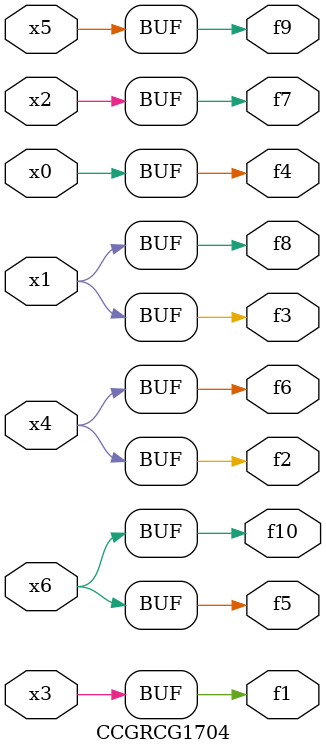
<source format=v>
module CCGRCG1704(
	input x0, x1, x2, x3, x4, x5, x6,
	output f1, f2, f3, f4, f5, f6, f7, f8, f9, f10
);
	assign f1 = x3;
	assign f2 = x4;
	assign f3 = x1;
	assign f4 = x0;
	assign f5 = x6;
	assign f6 = x4;
	assign f7 = x2;
	assign f8 = x1;
	assign f9 = x5;
	assign f10 = x6;
endmodule

</source>
